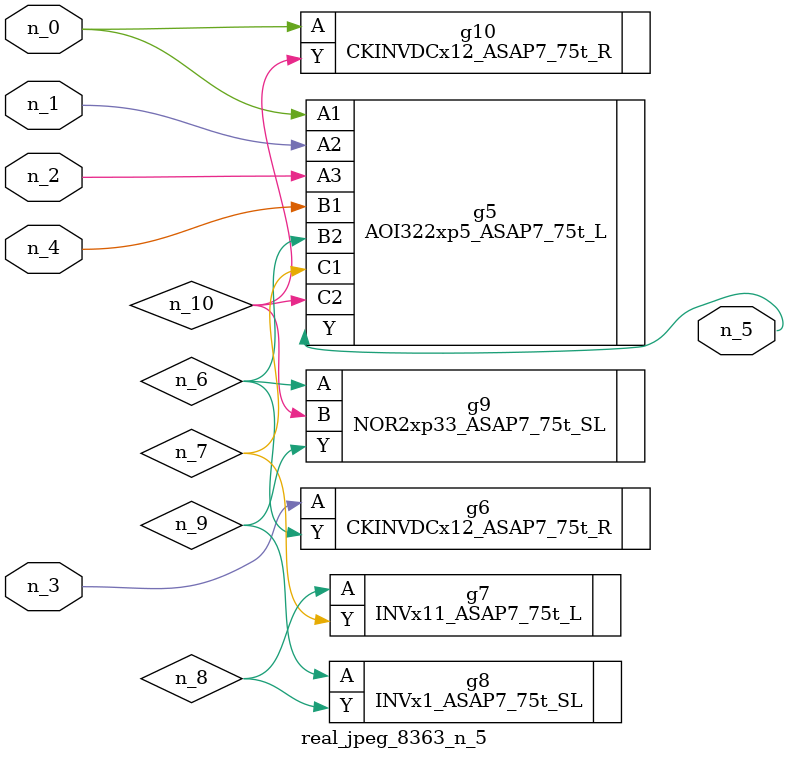
<source format=v>
module real_jpeg_8363_n_5 (n_4, n_0, n_1, n_2, n_3, n_5);

input n_4;
input n_0;
input n_1;
input n_2;
input n_3;

output n_5;

wire n_8;
wire n_6;
wire n_7;
wire n_10;
wire n_9;

AOI322xp5_ASAP7_75t_L g5 ( 
.A1(n_0),
.A2(n_1),
.A3(n_2),
.B1(n_4),
.B2(n_6),
.C1(n_7),
.C2(n_10),
.Y(n_5)
);

CKINVDCx12_ASAP7_75t_R g10 ( 
.A(n_0),
.Y(n_10)
);

CKINVDCx12_ASAP7_75t_R g6 ( 
.A(n_3),
.Y(n_6)
);

NOR2xp33_ASAP7_75t_SL g9 ( 
.A(n_6),
.B(n_10),
.Y(n_9)
);

INVx11_ASAP7_75t_L g7 ( 
.A(n_8),
.Y(n_7)
);

INVx1_ASAP7_75t_SL g8 ( 
.A(n_9),
.Y(n_8)
);


endmodule
</source>
